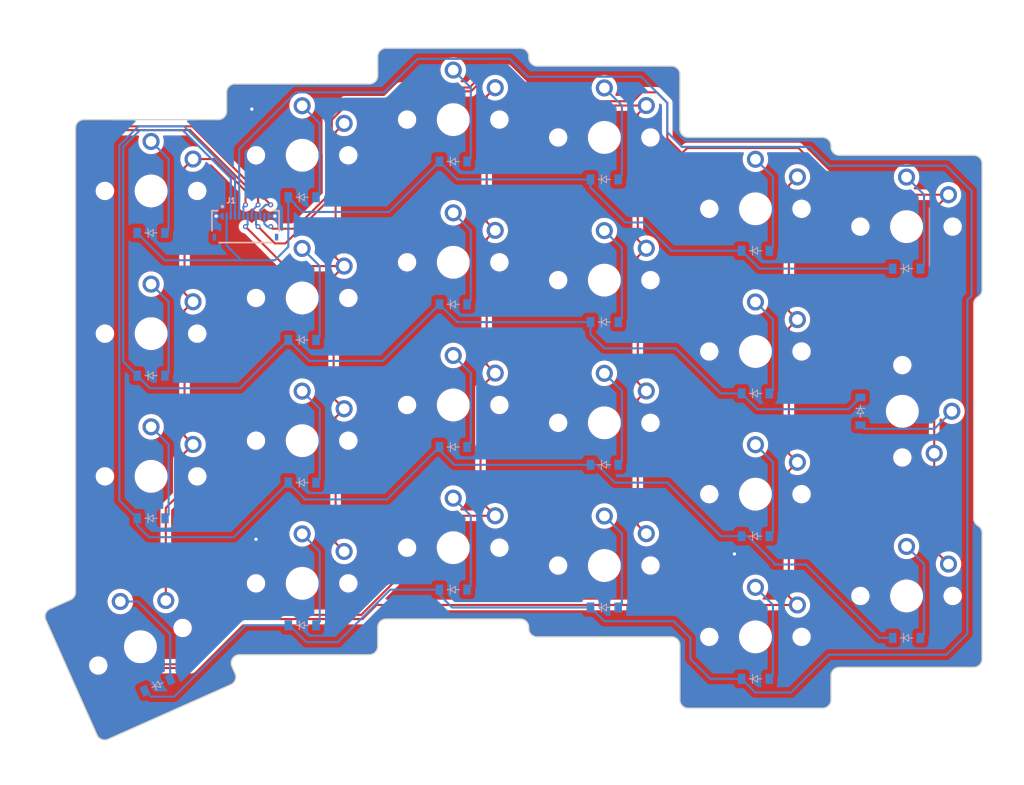
<source format=kicad_pcb>
(kicad_pcb (version 20240108) (generator "pcbnew") (generator_version "8.0")
  (title_block (title "right_pcb") (rev "v1.0.0") (company "Unknown"))
  (layers (0 "F.Cu" signal) (31 "B.Cu" signal) (34 "B.Paste" user) (35 "F.Paste" user) (36 "B.SilkS" user "B.Silkscreen") (37 "F.SilkS" user "F.Silkscreen") (38 "B.Mask" user) (39 "F.Mask" user) (44 "Edge.Cuts" user))
  (net 0 "")
  (net 1 "C6")
  (net 2 "mirror_outerright_bottom")
  (net 3 "mirror_outerright_middle")
  (net 4 "mirror_outerright_top")
  (net 5 "C5")
  (net 6 "mirror_pinky_thumb")
  (net 7 "mirror_pinky_bottom")
  (net 8 "mirror_pinky_middle")
  (net 9 "mirror_pinky_top")
  (net 10 "C4")
  (net 11 "mirror_ring_thumb")
  (net 12 "mirror_ring_bottom")
  (net 13 "mirror_ring_middle")
  (net 14 "mirror_ring_top")
  (net 15 "C3")
  (net 16 "mirror_middle_thumb")
  (net 17 "mirror_middle_bottom")
  (net 18 "mirror_middle_middle")
  (net 19 "mirror_middle_top")
  (net 20 "C2")
  (net 21 "mirror_index_thumb")
  (net 22 "mirror_index_bottom")
  (net 23 "mirror_index_middle")
  (net 24 "mirror_index_top")
  (net 25 "C1")
  (net 26 "mirror_inner_thumb")
  (net 27 "mirror_inner_bottom")
  (net 28 "mirror_inner_middle")
  (net 29 "mirror_inner_top")
  (net 30 "R2")
  (net 31 "R3")
  (net 32 "R4")
  (net 33 "R1")
  (net 34 "GND")
  (footprint "PG1350" (layer "F.Cu") (at 298 -63.875)
    (property "Reference" "S4" (hide yes))
    (property "Value" "" (hide yes))
  )
  (footprint "PG1350" (layer "F.Cu") (at 298 -80.875)
    (property "Reference" "S5" (hide yes))
    (property "Value" "" (hide yes))
  )
  (footprint "PG1350" (layer "F.Cu") (at 244 -104.25)
    (property "Reference" "S18" (hide yes))
    (property "Value" "" (hide yes))
  )
  (footprint "PG1350" (layer "F.Cu") (at 316 -68.75)
    (property "Reference" "S1" (hide yes))
    (property "Value" "" (hide yes))
  )
  (footprint "PG1350" (layer "F.Cu") (at 298 -97.875)
    (property "Reference" "S6" (hide yes))
    (property "Value" "" (hide yes))
  )
  (footprint "PG1350" (layer "F.Cu") (at 244 -121.25)
    (property "Reference" "S19" (hide yes))
    (property "Value" "" (hide yes))
  )
  (footprint "PG1350" (layer "F.Cu") (at 226 -83)
    (property "Reference" "S21" (hide yes))
    (property "Value" "" (hide yes))
  )
  (footprint "PG1350" (layer "F.Cu") (at 226 -100)
    (property "Reference" "S22" (hide yes))
    (property "Value" "" (hide yes))
  )
  (footprint "VIA-0.6mm" (layer "F.Cu") (at 240.25 -112.75)
    (property "Reference" "_6" (hide yes))
    (property "Value" "VIA-0.6mm" (hide yes))
  )
  (footprint "PG1350" (layer "F.Cu") (at 244 -70.25)
    (property "Reference" "S16" (hide yes))
    (property "Value" "" (hide yes))
  )
  (footprint "VIA-0.6mm" (layer "F.Cu") (at 238.75 -112.75)
    (property "Reference" "_4" (hide yes))
    (property "Value" "VIA-0.6mm" (hide yes))
  )
  (footprint "PG1350" (layer "F.Cu") (at 262 -125.5)
    (property "Reference" "S15" (hide yes))
    (property "Value" "" (hide yes))
  )
  (footprint "PG1350" (layer "F.Cu") (at 315.5 -90.75 -90)
    (property "Reference" "S2" (hide yes))
    (property "Value" "" (hide yes))
  )
  (footprint "PG1350" (layer "F.Cu") (at 280 -106.375)
    (property "Reference" "S10" (hide yes))
    (property "Value" "" (hide yes))
  )
  (footprint "PG1350" (layer "F.Cu") (at 280 -72.375)
    (property "Reference" "S8" (hide yes))
    (property "Value" "" (hide yes))
  )
  (footprint "PG1350" (layer "F.Cu") (at 298 -114.875)
    (property "Reference" "S7" (hide yes))
    (property "Value" "" (hide yes))
  )
  (footprint "PG1350" (layer "F.Cu") (at 280 -123.375)
    (property "Reference" "S11" (hide yes))
    (property "Value" "" (hide yes))
  )
  (footprint "VIA-0.6mm" (layer "F.Cu") (at 240.25 -115.35)
    (property "Reference" "_5" (hide yes))
    (property "Value" "VIA-0.6mm" (hide yes))
  )
  (footprint "VIA-0.6mm" (layer "F.Cu") (at 238.75 -115.35)
    (property "Reference" "_3" (hide yes))
    (property "Value" "VIA-0.6mm" (hide yes))
  )
  (footprint "VIA-0.6mm" (layer "F.Cu") (at 237.25 -115.35)
    (property "Reference" "_1" (hide yes))
    (property "Value" "VIA-0.6mm" (hide yes))
  )
  (footprint "PG1350" (layer "F.Cu") (at 262 -74.5)
    (property "Reference" "S12" (hide yes))
    (property "Value" "" (hide yes))
  )
  (footprint "PG1350" (layer "F.Cu") (at 262 -91.5)
    (property "Reference" "S13" (hide yes))
    (property "Value" "" (hide yes))
  )
  (footprint "PG1350" (layer "F.Cu") (at 262 -108.5)
    (property "Reference" "S14" (hide yes))
    (property "Value" "" (hide yes))
  )
  (footprint "PG1350" (layer "F.Cu") (at 280 -89.375)
    (property "Reference" "S9" (hide yes))
    (property "Value" "" (hide yes))
  )
  (footprint "PG1350" (layer "F.Cu") (at 244 -87.25)
    (property "Reference" "S17" (hide yes))
    (property "Value" "" (hide yes))
  )
  (footprint "PG1350" (layer "F.Cu") (at 316 -112.75)
    (property "Reference" "S3" (hide yes))
    (property "Value" "" (hide yes))
  )
  (footprint "PG1350" (layer "F.Cu") (at 224.732978 -62.699295 24)
    (property "Reference" "S20" (hide yes))
    (property "Value" "" (hide yes))
  )
  (footprint "PG1350" (layer "F.Cu") (at 226 -117)
    (property "Reference" "S23" (hide yes))
    (property "Value" "" (hide yes))
  )
  (footprint "VIA-0.6mm" (layer "F.Cu") (at 237.25 -112.75)
    (property "Reference" "_2" (hide yes))
    (property "Value" "VIA-0.6mm" (hide yes))
  )
  (footprint "ComboDiode" (layer "B.Cu") (at 226.766661 -58.131567 24)
    (property "Reference" "D20" (hide yes))
    (property "Value" "" (hide yes))
  )
  (footprint "ComboDiode" (layer "B.Cu") (at 226 -78)
    (property "Reference" "D21" (hide yes))
    (property "Value" "" (hide yes))
  )
  (footprint "ComboDiode" (layer "B.Cu") (at 262 -120.5)
    (property "Reference" "D15" (hide yes))
    (property "Value" "" (hide yes))
  )
  (footprint "ComboDiode" (layer "B.Cu") (at 244 -82.25)
    (property "Reference" "D17" (hide yes))
    (property "Value" "" (hide yes))
  )
  (footprint "ComboDiode" (layer "B.Cu") (at 280 -84.375)
    (property "Reference" "D9" (hide yes))
    (property "Value" "" (hide yes))
  )
  (footprint "ComboDiode" (layer "B.Cu") (at 262 -69.5)
    (property "Reference" "D12" (hide yes))
    (property "Value" "" (hide yes))
  )
  (footprint "ComboDiode" (layer "B.Cu") (at 298 -75.875)
    (property "Reference" "D5" (hide yes))
    (property "Value" "" (hide yes))
  )
  (footprint "ComboDiode" (layer "B.Cu") (at 280 -67.375)
    (property "Reference" "D8" (hide yes))
    (property "Value" "" (hide yes))
  )
  (footprint "ComboDiode" (layer "B.Cu") (at 262 -86.5)
    (property "Reference" "D13" (hide yes))
    (property "Value" "" (hide yes))
  )
  (footprint "ComboDiode" (layer "B.Cu") (at 244 -116.25)
    (property "Reference" "D19" (hide yes))
    (property "Value" "" (hide yes))
  )
  (footprint "ComboDiode" (layer "B.Cu") (at 298 -58.875)
    (property "Reference" "D4" (hide yes))
    (property "Value" "" (hide yes))
  )
  (footprint "ComboDiode" (layer "B.Cu") (at 280 -118.375)
    (property "Reference" "D11" (hide yes))
    (property "Value" "" (hide yes))
  )
  (footprint "GCT_FFC2B28-12-G" (layer "B.Cu") (at 237.25 -112.75)
    (property "Reference" "J1")
    (property "Value" "Conn_01x12_Socket")
  )
  (footprint "ComboDiode" (layer "B.Cu") (at 226 -112)
    (property "Reference" "D23" (hide yes))
    (property "Value" "" (hide yes))
  )
  (footprint "ComboDiode" (layer "B.Cu") (at 244 -99.25)
    (property "Reference" "D18" (hide yes))
    (property "Value" "" (hide yes))
  )
  (footprint "ComboDiode" (layer "B.Cu") (at 262 -103.5)
    (property "Reference" "D14" (hide yes))
    (property "Value" "" (hide yes))
  )
  (footprint "ComboDiode" (layer "B.Cu") (at 244 -65.25)
    (property "Reference" "D16" (hide yes))
    (property "Value" "" (hide yes))
  )
  (footprint "ComboDiode" (layer "B.Cu") (at 316 -63.75)
    (property "Reference" "D1" (hide yes))
    (property "Value" "" (hide yes))
  )
  (footprint "ComboDiode" (layer "B.Cu") (at 298 -92.875)
    (property "Reference" "D6" (hide yes))
    (property "Value" "" (hide yes))
  )
  (footprint "ComboDiode" (layer "B.Cu") (at 316 -107.75)
    (property "Reference" "D3" (hide yes))
    (property "Value" "" (hide yes))
  )
  (footprint "ComboDiode" (layer "B.Cu") (at 310.5 -90.75 -90)
    (property "Reference" "D2" (hide yes))
    (property "Value" "" (hide yes))
  )
  (footprint "ComboDiode" (layer "B.Cu") (at 280 -101.375)
    (property "Reference" "D10" (hide yes))
    (property "Value" "" (hide yes))
  )
  (footprint "ComboDiode" (layer "B.Cu") (at 298 -109.875)
    (property "Reference" "D7" (hide yes))
    (property "Value" "" (hide yes))
  )
  (footprint "ComboDiode" (layer "B.Cu") (at 226 -95)
    (property "Reference" "D22" (hide yes))
    (property "Value" "" (hide yes))
  )
  (gr_arc (start 217 -124.5) (mid 217.292893 -125.207107) (end 218 -125.5) (stroke (width 0.15)) (layer "Edge.Cuts"))
  (gr_arc (start 306 -123.375) (mid 306.707107 -123.082107) (end 307 -122.375) (stroke (width 0.15)) (layer "Edge.Cuts"))
  (gr_arc (start 253 -65) (mid 253.292893 -65.707107) (end 254 -66) (stroke (width 0.15)) (layer "Edge.Cuts"))
  (gr_line (start 216.406737 -68.296622) (end 213.967353 -67.210538) (stroke (width 0.15)) (layer "Edge.Cuts"))
  (gr_arc (start 235.633678 -60.343263) (mid 235.708553 -61.294639) (end 236.547223 -61.75) (stroke (width 0.15)) (layer "Edge.Cuts"))
  (gr_line (start 252 -129.75) (end 236 -129.75) (stroke (width 0.15)) (layer "Edge.Cuts"))
  (gr_line (start 272 -63.875) (end 288 -63.875) (stroke (width 0.15)) (layer "Edge.Cuts"))
  (gr_arc (start 270 -134) (mid 270.707107 -133.707107) (end 271 -133) (stroke (width 0.15)) (layer "Edge.Cuts"))
  (gr_line (start 271 -65) (end 271 -64.875) (stroke (width 0.15)) (layer "Edge.Cuts"))
  (gr_line (start 270 -134) (end 254 -134) (stroke (width 0.15)) (layer "Edge.Cuts"))
  (gr_arc (start 288 -63.875) (mid 288.707107 -63.582107) (end 289 -62.875) (stroke (width 0.15)) (layer "Edge.Cuts"))
  (gr_line (start 325 -105.25) (end 325 -120.25) (stroke (width 0.15)) (layer "Edge.Cuts"))
  (gr_line (start 324 -121.25) (end 308 -121.25) (stroke (width 0.15)) (layer "Edge.Cuts"))
  (gr_arc (start 324.5 -77.116025) (mid 324.866025 -76.75) (end 325 -76.25) (stroke (width 0.15)) (layer "Edge.Cuts"))
  (gr_arc (start 272 -131.875) (mid 271.292893 -132.167893) (end 271 -132.875) (stroke (width 0.15)) (layer "Edge.Cuts"))
  (gr_line (start 213.460544 -65.890256) (end 219.561594 -52.187074) (stroke (width 0.15)) (layer "Edge.Cuts"))
  (gr_line (start 308 -60.25) (end 324 -60.25) (stroke (width 0.15)) (layer "Edge.Cuts"))
  (gr_arc (start 236.005412 -59.508334) (mid 236.025447 -58.743229) (end 235.498603 -58.188051) (stroke (width 0.15)) (layer "Edge.Cuts"))
  (gr_arc (start 323.999999 -103.517949) (mid 324.133974 -104.01795) (end 324.5 -104.383975) (stroke (width 0.15)) (layer "Edge.Cuts"))
  (gr_line (start 271 -132.875) (end 271 -133) (stroke (width 0.15)) (layer "Edge.Cuts"))
  (gr_line (start 288 -131.875) (end 272 -131.875) (stroke (width 0.15)) (layer "Edge.Cuts"))
  (gr_line (start 217 -69.210167) (end 217 -124.5) (stroke (width 0.15)) (layer "Edge.Cuts"))
  (gr_arc (start 253 -133) (mid 253.292893 -133.707107) (end 254 -134) (stroke (width 0.15)) (layer "Edge.Cuts"))
  (gr_arc (start 290 -123.375) (mid 289.292893 -123.667893) (end 289 -124.375) (stroke (width 0.15)) (layer "Edge.Cuts"))
  (gr_arc (start 272 -63.875) (mid 271.292893 -64.167893) (end 271 -64.875) (stroke (width 0.15)) (layer "Edge.Cuts"))
  (gr_line (start 324 -77.982051) (end 324 -103.517949) (stroke (width 0.15)) (layer "Edge.Cuts"))
  (gr_arc (start 213.460544 -65.890255) (mid 213.440509 -66.65536) (end 213.967353 -67.210538) (stroke (width 0.15)) (layer "Edge.Cuts"))
  (gr_line (start 236.005412 -59.508334) (end 235.633677 -60.343263) (stroke (width 0.15)) (layer "Edge.Cuts"))
  (gr_line (start 325 -61.25) (end 325 -76.25) (stroke (width 0.15)) (layer "Edge.Cuts"))
  (gr_arc (start 325 -61.25) (mid 324.707107 -60.542893) (end 324 -60.25) (stroke (width 0.15)) (layer "Edge.Cuts"))
  (gr_line (start 235 -128.75) (end 235 -126.5) (stroke (width 0.15)) (layer "Edge.Cuts"))
  (gr_arc (start 307 -59.25) (mid 307.292893 -59.957107) (end 308 -60.25) (stroke (width 0.15)) (layer "Edge.Cuts"))
  (gr_line (start 307 -122.25) (end 307 -122.375) (stroke (width 0.15)) (layer "Edge.Cuts"))
  (gr_arc (start 235 -128.75) (mid 235.292893 -129.457107) (end 236 -129.75) (stroke (width 0.15)) (layer "Edge.Cuts"))
  (gr_arc (start 290 -55.375) (mid 289.292893 -55.667893) (end 289 -56.375) (stroke (width 0.15)) (layer "Edge.Cuts"))
  (gr_line (start 234 -125.5) (end 218 -125.5) (stroke (width 0.15)) (layer "Edge.Cuts"))
  (gr_line (start 306 -123.375) (end 290 -123.375) (stroke (width 0.15)) (layer "Edge.Cuts"))
  (gr_arc (start 235 -126.5) (mid 234.707107 -125.792893) (end 234 -125.5) (stroke (width 0.15)) (layer "Edge.Cuts"))
  (gr_arc (start 253 -62.75) (mid 252.707107 -62.042893) (end 252 -61.75) (stroke (width 0.15)) (layer "Edge.Cuts"))
  (gr_line (start 289 -62.875) (end 289 -56.375) (stroke (width 0.15)) (layer "Edge.Cuts"))
  (gr_arc (start 217 -69.210168) (mid 216.838671 -68.665529) (end 216.406737 -68.296622) (stroke (width 0.15)) (layer "Edge.Cuts"))
  (gr_arc (start 325 -105.25) (mid 324.866025 -104.75) (end 324.5 -104.383975) (stroke (width 0.15)) (layer "Edge.Cuts"))
  (gr_line (start 307 -56.375) (end 307 -59.25) (stroke (width 0.15)) (layer "Edge.Cuts"))
  (gr_line (start 220.881876 -51.680265) (end 235.498603 -58.188051) (stroke (width 0.15)) (layer "Edge.Cuts"))
  (gr_arc (start 270 -66) (mid 270.707107 -65.707107) (end 271 -65) (stroke (width 0.15)) (layer "Edge.Cuts"))
  (gr_line (start 253 -133) (end 253 -130.75) (stroke (width 0.15)) (layer "Edge.Cuts"))
  (gr_line (start 290 -55.375) (end 306 -55.375) (stroke (width 0.15)) (layer "Edge.Cuts"))
  (gr_arc (start 307 -56.375) (mid 306.707107 -55.667893) (end 306 -55.375) (stroke (width 0.15)) (layer "Edge.Cuts"))
  (gr_arc (start 324.5 -77.116026) (mid 324.133975 -77.482051) (end 324 -77.982051) (stroke (width 0.15)) (layer "Edge.Cuts"))
  (gr_line (start 289 -124.375) (end 289 -130.875) (stroke (width 0.15)) (layer "Edge.Cuts"))
  (gr_arc (start 324 -121.25) (mid 324.707107 -120.957107) (end 325 -120.25) (stroke (width 0.15)) (layer "Edge.Cuts"))
  (gr_arc (start 288 -131.875) (mid 288.707107 -131.582107) (end 289 -130.875) (stroke (width 0.15)) (layer "Edge.Cuts"))
  (gr_line (start 254 -66) (end 270 -66) (stroke (width 0.15)) (layer "Edge.Cuts"))
  (gr_arc (start 220.881876 -51.680266) (mid 220.116772 -51.660231) (end 219.561594 -52.187074) (stroke (width 0.15)) (layer "Edge.Cuts"))
  (gr_arc (start 253 -130.75) (mid 252.707107 -130.042893) (end 252 -129.75) (stroke (width 0.15)) (layer "Edge.Cuts"))
  (gr_line (start 236.547223 -61.75) (end 252 -61.75) (stroke (width 0.15)) (layer "Edge.Cuts"))
  (gr_line (start 253 -62.75) (end 253 -65) (stroke (width 0.15)) (layer "Edge.Cuts"))
  (gr_arc (start 308 -121.25) (mid 307.292893 -121.542893) (end 307 -122.25) (stroke (width 0.15)) (layer "Edge.Cuts"))
  (segment (start 319.3 -114.85) (end 319.3 -85.75) (width 0.25) (layer "F.Cu") (net 1))
  (segment (start 286.25 -128.75) (end 287.5 -127.5) (width 0.25) (layer "F.Cu") (net 1))
  (segment (start 268.436396 -131.45) (end 272.193198 -127.693198) (width 0.25) (layer "F.Cu") (net 1))
  (segment (start 287.5 -127.5) (end 287.5 -123.25) (width 0.25) (layer "F.Cu") (net 1))
  (segment (start 249.090372 -127.67323) (end 254.045834 -127.67323) (width 0.25) (layer "F.Cu") (net 1))
  (segment (start 247.084001 -116.470397) (end 247.084001 -121.472801) (width 0.25) (layer "F.Cu") (net 1))
  (segment (start 243.113604 -112.5) (end 247.084001 -116.470397) (width 0.25) (layer "F.Cu") (net 1))
  (segment (start 240.25 -112.75) (end 240.5 -112.5) (width 0.25) (layer "F.Cu") (net 1))
  (segment (start 247.084001 -121.472801) (end 247.056802 -121.5) (width 0.25) (layer "F.Cu") (net 1))
  (segment (start 247.056802 -125.639659) (end 248.958571 -127.541429) (width 0.25) (layer "F.Cu") (net 1))
  (segment (start 303.134 -122.116) (end 308.75 -116.5) (width 0.25) (layer "F.Cu") (net 1))
  (segment (start 319.3 -74.25) (end 321 -72.55) (width 0.25) (layer "F.Cu") (net 1))
  (segment (start 289.25 -121.5) (end 289.866 -122.116) (width 0.25) (layer "F.Cu") (net 1))
  (segment (start 308.75 -116.5) (end 308.8 -116.55) (width 0.25) (layer "F.Cu") (net 1))
  (segment (start 248.958571 -127.541429) (end 249.090372 -127.67323) (width 0.25) (layer "F.Cu") (net 1))
  (segment (start 247.056802 -121.5) (end 247.056802 -125.639659) (width 0.25) (layer "F.Cu") (net 1))
  (segment (start 319.3 -85.75) (end 319.3 -74.25) (width 0.25) (layer "F.Cu") (net 1))
  (segment (start 272.193198 -127.693198) (end 283.443198 -127.693198) (width 0.25) (layer "F.Cu") (net 1))
  (segment (start 263.934104 -129.3205) (end 266.063604 -131.45) (width 0.25) (layer "F.Cu") (net 1))
  (segment (start 284.5 -128.75) (end 286.25 -128.75) (width 0.25) (layer "F.Cu") (net 1))
  (segment (start 254.045834 -127.67323) (end 255.693104 -129.3205) (width 0.25) (layer "F.Cu") (net 1))
  (segment (start 289.866 -122.116) (end 303.134 -122.116) (width 0.25) (layer "F.Cu") (net 1))
  (segment (start 240.5 -112.5) (end 243.113604 -112.5) (width 0.25) (layer "F.Cu") (net 1))
  (segment (start 287.5 -123.25) (end 289.25 -121.5) (width 0.25) (layer "F.Cu") (net 1))
  (segment (start 321 -116.55) (end 319.3 -114.85) (width 0.25) (layer "F.Cu") (net 1))
  (segment (start 255.693104 -129.3205) (end 263.934104 -129.3205) (width 0.25) (layer "F.Cu") (net 1))
  (segment (start 283.443198 -127.693198) (end 284.5 -128.75) (width 0.25) (layer "F.Cu") (net 1))
  (segment (start 266.063604 -131.45) (end 268.436396 -131.45) (width 0.25) (layer "F.Cu") (net 1))
  (segment (start 308.8 -116.55) (end 321 -116.55) (width 0.25) (layer "F.Cu") (net 1))
  (segment (start 239.5 -114) (end 239.5 -113.075736) (width 0.25) (layer "B.Cu") (net 1))
  (segment (start 239.825736 -112.75) (end 240.25 -112.75) (width 0.25) (layer "B.Cu") (net 1))
  (segment (start 239.5 -113.075736) (end 239.825736 -112.75) (width 0.25) (layer "B.Cu") (net 1))
  (segment (start 316 -74.65) (end 318.0895 -72.5605) (width 0.25) (layer "B.Cu") (net 2))
  (segment (start 318.0895 -64.1895) (end 317.65 -63.75) (width 0.25) (layer "B.Cu") (net 2))
  (segment (start 318.0895 -72.5605) (end 318.0895 -64.1895) (width 0.25) (layer "B.Cu") (net 2))
  (segment (start 319.3105 -88.6605) (end 321.4 -90.75) (width 0.25) (layer "B.Cu") (net 3))
  (segment (start 310.9395 -88.6605) (end 319.3105 -88.6605) (width 0.25) (layer "B.Cu") (net 3))
  (segment (start 310.5 -89.1) (end 310.9395 -88.6605) (width 0.25) (layer "B.Cu") (net 3))
  (segment (start 316 -118.65) (end 318.0895 -116.5605) (width 0.25) (layer "B.Cu") (net 4))
  (segment (start 318.0895 -108.1895) (end 317.65 -107.75) (width 0.25) (layer "B.Cu") (net 4))
  (segment (start 318.0895 -116.5605) (end 318.0895 -108.1895) (width 0.25) (layer "B.Cu") (net 4))
  (segment (start 221.813604 -124.7) (end 218.3 -121.186396) (width 0.25) (layer "F.Cu") (net 5))
  (segment (start 301.984001 -100.659001) (end 301.984001 -85.690999) (width 0.25) (layer "F.Cu") (net 5))
  (segment (start 301.984001 -68.690999) (end 303 -67.675) (width 0.25) (layer "F.Cu") (net 5))
  (segment (start 301.984001 -102.690999) (end 303 -101.675) (width 0.25) (layer "F.Cu") (net 5))
  (segment (start 303 -84.675) (end 301.984001 -83.659001) (width 0.25) (layer "F.Cu") (net 5))
  (segment (start 230.9 -124.7) (end 221.813604 -124.7) (width 0.25) (layer "F.Cu") (net 5))
  (segment (start 236.636396 -66) (end 251.181398 -66) (width 0.25) (layer "F.Cu") (net 5))
  (segment (start 301.984001 -117.659001) (end 301.984001 -102.690999) (width 0.25) (layer "F.Cu") (net 5))
  (segment (start 251.181398 -66) (end 252.965699 -67.784301) (width 0.25) (layer "F.Cu") (net 5))
  (segment (start 253.075 -67.675) (end 303 -67.675) (width 0.25) (layer "F.Cu") (net 5))
  (segment (start 222.703809 -60.159795) (end 230.796191 -60.159795) (width 0.25) (layer "F.Cu") (net 5))
  (segment (start 303 -118.675) (end 301.984001 -117.659001) (width 0.25) (layer "F.Cu") (net 5))
  (segment (start 301.984001 -85.690999) (end 303 -84.675) (width 0.25) (layer "F.Cu") (net 5))
  (segment (start 240.25 -115.35) (end 230.9 -124.7) (width 0.25) (layer "F.Cu") (net 5))
  (segment (start 252.965699 -67.784301) (end 253.075 -67.675) (width 0.25) (layer "F.Cu") (net 5))
  (segment (start 301.984001 -83.659001) (end 301.984001 -68.690999) (width 0.25) (layer "F.Cu") (net 5))
  (segment (start 230.796191 -60.159795) (end 236.636396 -66) (width 0.25) (layer "F.Cu") (net 5))
  (segment (start 303 -101.675) (end 301.984001 -100.659001) (width 0.25) (layer "F.Cu") (net 5))
  (segment (start 218.3 -64.563604) (end 222.703809 -60.159795) (width 0.25) (layer "F.Cu") (net 5))
  (segment (start 218.3 -121.186396) (end 218.3 -64.563604) (width 0.25) (layer "F.Cu") (net 5))
  (segment (start 239 -114) (end 239 -114.7) (width 0.25) (layer "B.Cu") (net 5))
  (segment (start 239.65 -115.35) (end 240.25 -115.35) (width 0.25) (layer "B.Cu") (net 5))
  (segment (start 239 -114.7) (end 239.65 -115.35) (width 0.25) (layer "B.Cu") (net 5))
  (segment (start 298 -69.775) (end 300.0895 -67.6855) (width 0.25) (layer "B.Cu") (net 6))
  (segment (start 300.0895 -59.3145) (end 299.65 -58.875) (width 0.25) (layer "B.Cu") (net 6))
  (segment (start 300.0895 -67.6855) (end 300.0895 -59.3145) (width 0.25) (layer "B.Cu") (net 6))
  (segment (start 298 -86.775) (end 300.0895 -84.6855) (width 0.25) (layer "B.Cu") (net 7))
  (segment (start 300.0895 -84.6855) (end 300.0895 -76.3145) (width 0.25) (layer "B.Cu") (net 7))
  (segment (start 300.0895 -76.3145) (end 299.65 -75.875) (width 0.25) (layer "B.Cu") (net 7))
  (segment (start 300.0895 -101.6855) (end 300.0895 -93.3145) (width 0.25) (layer "B.Cu") (net 8))
  (segment (start 300.0895 -93.3145) (end 299.65 -92.875) (width 0.25) (layer "B.Cu") (net 8))
  (segment (start 298 -103.775) (end 300.0895 -101.6855) (width 0.25) (layer "B.Cu") (net 8))
  (segment (start 298 -120.775) (end 300.0895 -118.6855) (width 0.25) (layer "B.Cu") (net 9))
  (segment (start 300.0895 -110.3145) (end 299.65 -109.875) (width 0.25) (layer "B.Cu") (net 9))
  (segment (start 300.0895 -118.6855) (end 300.0895 -110.3145) (width 0.25) (layer "B.Cu") (net 9))
  (segment (start 285 -93.175) (end 283.984001 -92.159001) (width 0.25) (layer "F.Cu") (net 10))
  (segment (start 283.984001 -92.159001) (end 283.984001 -77.190999) (width 0.25) (layer "F.Cu") (net 10))
  (segment (start 242 -110.75) (end 247.534001 -116.284001) (width 0.25) (layer "F.Cu") (net 10))
  (segment (start 285 -110.175) (end 283.984001 -109.159001) (width 0.25) (layer "F.Cu") (net 10))
  (segment (start 249.27677 -127.22323) (end 254.23223 -127.22323) (width 0.25) (layer "F.Cu") (net 10))
  (segment (start 283.984001 -121.25) (end 283.984001 -111.190999) (width 0.25) (layer "F.Cu") (net 10))
  (segment (start 247.534001 -116.284001) (end 247.534001 -125.480462) (width 0.25) (layer "F.Cu") (net 10))
  (segment (start 283.984001 -109.159001) (end 283.984001 -94.190999) (width 0.25) (layer "F.Cu") (net 10))
  (segment (start 254.23223 -127.22323) (end 255.8795 -128.8705) (width 0.25) (layer "F.Cu") (net 10))
  (segment (start 283.984001 -77.190999) (end 285 -76.175) (width 0.25) (layer "F.Cu") (net 10))
  (segment (start 283.984001 -111.190999) (end 285 -110.175) (width 0.25) (layer "F.Cu") (net 10))
  (segment (start 266.25 -131) (end 268.25 -131) (width 0.25) (layer "F.Cu") (net 10))
  (segment (start 283.984001 -94.190999) (end 285 -93.175) (width 0.25) (layer "F.Cu") (net 10))
  (segment (start 255.8795 -128.8705) (end 264.1205 -128.8705) (width 0.25) (layer "F.Cu") (net 10))
  (segment (start 272.075 -127.175) (end 285 -127.175) (width 0.25) (layer "F.Cu") (net 10))
  (segment (start 285 -127.175) (end 284 -126.175) (width 0.25) (layer "F.Cu") (net 10))
  (segment (start 284 -121.265999) (end 283.984001 -121.25) (width 0.25) (layer "F.Cu") (net 10))
  (segment (start 247.534001 -125.480462) (end 248.90177 -126.84823) (width 0.25) (layer "F.Cu") (net 10))
  (segment (start 238.75 -112.75) (end 240.75 -110.75) (width 0.25) (layer "F.Cu") (net 10))
  (segment (start 284 -126.175) (end 284 -121.265999) (width 0.25) (layer "F.Cu") (net 10))
  (segment (start 240.75 -110.75) (end 242 -110.75) (width 0.25) (layer "F.Cu") (net 10))
  (segment (start 248.90177 -126.84823) (end 249.27677 -127.22323) (width 0.25) (layer "F.Cu") (net 10))
  (segment (start 268.25 -131) (end 272.075 -127.175) (width 0.25) (layer "F.Cu") (net 10))
  (segment (start 264.1205 -128.8705) (end 266.25 -131) (width 0.25) (layer "F.Cu") (net 10))
  (segment (start 238.5 -113) (end 238.75 -112.75) (width 0.25) (layer "B.Cu") (net 10))
  (segment (start 238.5 -114) (end 238.5 -113) (width 0.25) (layer "B.Cu") (net 10))
  (segment (start 280 -78.275) (end 282.0895 -76.1855) (width 0.25) (layer "B.Cu") (net 11))
  (segment (start 282.0895 -76.1855) (end 282.0895 -67.8145) (width 0.25) (layer "B.Cu") (net 11))
  (segment (start 282.0895 -67.8145) (end 281.65 -67.375) (width 0.25) (layer "B.Cu") (net 11))
  (segment (start 282.0895 -84.8145) (end 281.65 -84.375) (width 0.25) (layer "B.Cu") (net 12))
  (segment (start 280 -95.275) (end 282.0895 -93.1855) (width 0.25) (layer "B.Cu") (net 12))
  (segment (start 282.0895 -93.1855) (end 282.0895 -84.8145) (width 0.25) (layer "B.Cu") (net 12))
  (segment (start 282.0895 -110.1855) (end 282.0895 -101.8145) (width 0.25) (layer "B.Cu") (net 13))
  (segment (start 282.0895 -101.8145) (end 281.65 -101.375) (width 0.25) (layer "B.Cu") (net 13))
  (segment (start 280 -112.275) (end 282.0895 -110.1855) (width 0.25) (layer "B.Cu") (net 13))
  (segment (start 282.0895 -127.1855) (end 282.0895 -118.8145) (width 0.25) (layer "B.Cu") (net 14))
  (segment (start 282.0895 -118.8145) (end 281.65 -118.375) (width 0.25) (layer "B.Cu") (net 14))
  (segment (start 280 -129.275) (end 282.0895 -127.1855) (width 0.25) (layer "B.Cu") (net 14))
  (segment (start 251.045001 -66.5) (end 259.272501 -74.727499) (width 0.25) (layer "F.Cu") (net 15))
  (segment (start 267 -95.3) (end 265.25 -93.55) (width 0.25) (layer "F.Cu") (net 15))
  (segment (start 265.984001 -128.284001) (end 265.984001 -113.315999) (width 0.25) (layer "F.Cu") (net 15))
  (segment (start 218.75 -121) (end 218.75 -64.75) (width 0.25) (layer "F.Cu") (net 15))
  (segment (start 218.75 -64.75) (end 222.890205 -60.609795) (width 0.25) (layer "F.Cu") (net 15))
  (segment (start 222.890205 -60.609795) (end 230.609795 -60.609795) (width 0.25) (layer "F.Cu") (net 15))
  (segment (start 222 -124.25) (end 218.75 -121) (width 0.25) (layer "F.Cu") (net 15))
  (segment (start 259.397501 -74.852499) (end 259.397501 -76.897501) (width 0.25) (layer "F.Cu") (net 15))
  (segment (start 265.984001 -96.315999) (end 267 -95.3) (width 0.25) (layer "F.Cu") (net 15))
  (segment (start 265.25 -80.05) (end 267 -78.3) (width 0.25) (layer "F.Cu") (net 15))
  (segment (start 259.272501 -74.727499) (end 259.397501 -74.852499) (width 0.25) (layer "F.Cu") (net 15))
  (segment (start 267 -112.3) (end 265.984001 -111.284001) (width 0.25) (layer "F.Cu") (net 15))
  (segment (start 230.609795 -60.609795) (end 236.5 -66.5) (width 0.25) (layer "F.Cu") (net 15))
  (segment (start 238.75 -115.35) (end 238.75 -116.136396) (width 0.25) (layer "F.Cu") (net 15))
  (segment (start 230.636396 -124.25) (end 222 -124.25) (width 0.25) (layer "F.Cu") (net 15))
  (segment (start 265.25 -93.55) (end 265.25 -80.05) (width 0.25) (layer "F.Cu") (net 15))
  (segment (start 265.984001 -111.284001) (end 265.984001 -96.315999) (width 0.25) (layer "F.Cu") (net 15))
  (segment (start 260.8 -78.3) (end 267 -78.3) (width 0.25) (layer "F.Cu") (net 15))
  (segment (start 236.5 -66.5) (end 251.045001 -66.5) (width 0.25) (layer "F.Cu") (net 15))
  (segment (start 267 -129.3) (end 265.984001 -128.284001) (width 0.25) (layer "F.Cu") (net 15))
  (segment (start 265.984001 -113.315999) (end 267 -112.3) (width 0.25) (layer "F.Cu") (net 15))
  (segment (start 259.397501 -76.897501) (end 260.8 -78.3) (width 0.25) (layer "F.Cu") (net 15))
  (segment (start 238.75 -116.136396) (end 230.636396 -124.25) (width 0.25) (layer "F.Cu") (net 15))
  (segment (start 238 -114.6) (end 238.75 -115.35) (width 0.25) (layer "B.Cu") (net 15))
  (segment (start 238 -114) (end 238 -114.6) (width 0.25) (layer "B.Cu") (net 15))
  (segment (start 262 -80.4) (end 264.0895 -78.3105) (width 0.25) (layer "B.Cu") (net 16))
  (segment (start 264.0895 -69.9395) (end 263.65 -69.5) (width 0.25) (layer "B.Cu") (net 16))
  (segment (start 264.0895 -78.3105) (end 264.0895 -69.9395) (width 0.25) (layer "B.Cu") (net 16))
  (segment (start 262 -97.4) (end 264.0895 -95.3105) (width 0.25) (layer "B.Cu") (net 17))
  (segment (start 264.0895 -86.9395) (end 263.65 -86.5) (width 0.25) (layer "B.Cu") (net 17))
  (segment (start 264.0895 -95.3105) (end 264.0895 -86.9395) (width 0.25) (layer "B.Cu") (net 17))
  (segment (start 264.0895 -103.9395) (end 263.65 -103.5) (width 0.25) (layer "B.Cu") (net 18))
  (segment (start 262 -114.4) (end 264.0895 -112.3105) (width 0.25) (layer "B.Cu") (net 18))
  (segment (start 264.0895 -112.3105) (end 264.0895 -103.9395) (width 0.25) (layer "B.Cu") (net 18))
  (segment (start 264.0895 -120.9395) (end 263.65 -120.5) (width 0.25) (layer "B.Cu") (net 19))
  (segment (start 262 -131.4) (end 264.0895 -129.3105) (width 0.25) (layer "B.Cu") (net 19))
  (segment (start 264.0895 -129.3105) (end 264.0895 -120.9395) (width 0.25) (layer "B.Cu") (net 19))
  (segment (start 249 -125.05) (end 247.984001 -124.034001) (width 0.25) (layer "F.Cu") (net 20))
  (segment (start 241.95 -108.05) (end 249 -108.05) (width 0.25) (layer "F.Cu") (net 20))
  (segment (start 237.25 -112.75) (end 241.95 -108.05) (width 0.25) (layer "F.Cu") (net 20))
  (segment (start 247.984001 -109.065999) (end 249 -108.05) (width 0.25) (layer "F.Cu") (net 20))
  (segment (start 247.75 -106.8) (end 247.75 -92.3) (width 0.25) (layer "F.Cu") (net 20))
  (segment (start 247.984001 -124.034001) (end 247.984001 -109.065999) (width 0.25) (layer "F.Cu") (net 20))
  (segment (start 247.75 -92.3) (end 249 -91.05) (width 0.25) (layer "F.Cu") (net 20))
  (segment (start 247.984001 -75.065999) (end 249 -74.05) (width 0.25) (layer "F.Cu") (net 20))
  (segment (start 249 -108.05) (end 247.75 -106.8) (width 0.25) (layer "F.Cu") (net 20))
  (segment (start 249 -91.05) (end 247.984001 -90.034001) (width 0.25) (layer "F.Cu") (net 20))
  (segment (start 247.984001 -90.034001) (end 247.984001 -75.065999) (width 0.25) (layer "F.Cu") (net 20))
  (segment (start 237.5 -113) (end 237.25 -112.75) (width 0.25) (layer "B.Cu") (net 20))
  (segment (start 237.5 -114) (end 237.5 -113) (width 0.25) (layer "B.Cu") (net 20))
  (segment (start 246.0895 -74.0605) (end 246.0895 -65.6895) (width 0.25) (layer "B.Cu") (net 21))
  (segment (start 244 -76.15) (end 246.0895 -74.0605) (width 0.25) (layer "B.Cu") (net 21))
  (segment (start 246.0895 -65.6895) (end 245.65 -65.25) (width 0.25) (layer "B.Cu") (net 21))
  (segment (start 244 -93.15) (end 246.0895 -91.0605) (width 0.25) (layer "B.Cu") (net 22))
  (segment (start 246.0895 -91.0605) (end 246.0895 -82.6895) (width 0.25) (layer "B.Cu") (net 22))
  (segment (start 246.0895 -82.6895) (end 245.65 -82.25) (width 0.25) (layer "B.Cu") (net 22))
  (segment (start 246.0895 -99.6895) (end 245.65 -99.25) (width 0.25) (layer "B.Cu") (net 23))
  (segment (start 246.0895 -108.0605) (end 246.0895 -99.6895) (width 0.25) (layer "B.Cu") (net 23))
  (segment (start 244 -110.15) (end 246.0895 -108.0605) (width 0.25) (layer "B.Cu") (net 23))
  (segment (start 244 -127.15) (end 246.0895 -125.0605) (width 0.25) (layer "B.Cu") (net 24))
  (segment (start 246.0895 -125.0605) (end 246.0895 -116.6895) (width 0.25) (layer "B.Cu") (net 24))
  (segment (start 246.0895 -116.6895) (end 245.65 -116.25) (width 0.25) (layer "B.Cu") (net 24))
  (segment (start 229.25 -80.75) (end 229.25 -85.05) (width 0.25) (layer "F.Cu") (net 25))
  (segment (start 237.25 -117) (end 233.45 -120.8) (width 0.25) (layer "F.Cu") (net 25))
  (segment (start 229.25 -85.05) (end 231 -86.8) (width 0.25) (layer "F.Cu") (net 25))
  (segment (start 227.755106 -79.255106) (end 229.25 -80.75) (width 0.25) (layer "F.Cu") (net 25))
  (segment (start 231 -120.8) (end 229.984001 -119.784001) (width 0.25) (layer "F.Cu") (net 25))
  (segment (start 227.755106 -68.204451) (end 227.755106 -79.255106) (width 0.25) (layer "F.Cu") (net 25))
  (segment (start 233.45 -120.8) (end 231 -120.8) (width 0.25) (layer "F.Cu") (net 25))
  (segment (start 231 -103.8) (end 229.984001 -102.784001) (width 0.25) (layer "F.Cu") (net 25))
  (segment (start 229.984001 -102.784001) (end 229.984001 -87.815999) (width 0.25) (layer "F.Cu") (net 25))
  (segment (start 237.25 -115.35) (end 237.25 -117) (width 0.25) (layer "F.Cu") (net 25))
  (segment (start 229.984001 -119.784001) (end 229.984001 -104.815999) (width 0.25) (layer "F.Cu") (net 25))
  (segment (start 229.984001 -87.815999) (end 231 -86.8) (width 0.25) (layer "F.Cu") (net 25))
  (segment (start 229.984001 -104.815999) (end 231 -103.8) (width 0.25) (layer "F.Cu") (net 25))
  (segment (start 237 -115.1) (end 237.25 -115.35) (width 0.25) (layer "B.Cu") (net 25))
  (segment (start 237 -114) (end 237 -115.1) (width 0.25) (layer "B.Cu") (net 25))
  (segment (start 224.410787 -68.089213) (end 228.274011 -64.225989) (width 0.25) (layer "B.Cu") (net 26))
  (segment (start 222.333232 -68.089213) (end 224.410787 -68.089213) (width 0.25) (layer "B.Cu") (net 26))
  (segment (start 228.274011 -64.225989) (end 228.274011 -58.802682) (width 0.25) (layer "B.Cu") (net 26))
  (segment (start 228.0895 -86.8105) (end 228.0895 -78.4395) (width 0.25) (layer "B.Cu") (net 27))
  (segment (start 226 -88.9) (end 228.0895 -86.8105) (width 0.25) (layer "B.Cu") (net 27))
  (segment (start 228.0895 -78.4395) (end 227.65 -78) (width 0.25) (layer "B.Cu") (net 27))
  (segment (start 226 -105.9) (end 228.0895 -103.8105) (width 0.25) (layer "B.Cu") (net 28))
  (segment (start 228.0895 -95.4395) (end 227.65 -95) (width 0.25) (layer "B.Cu") (net 28))
  (segment (start 228.0895 -103.8105) (end 228.0895 -95.4395) (width 0.25) (layer "B.Cu") (net 28))
  (segment (start 228.0895 -120.8105) (end 228.0895 -112.4395) (width 0.25) (layer "B.Cu") (net 29))
  (segment (start 226 -122.9) (end 228.0895 -120.8105) (width 0.25) (layer "B.Cu") (net 29))
  (segment (start 228.0895 -112.4395) (end 227.65 -112) (width 0.25) (layer "B.Cu") (net 29))
  (segment (start 262.125 -84.375) (end 278.35 -84.375) (width 0.25) (layer "B.Cu") (net 30))
  (segment (start 244.25 -80.25) (end 254.1 -80.25) (width 0.25) (layer "B.Cu") (net 30))
  (segment (start 260.35 -86.15) (end 262.125 -84.375) (width 0.25) (layer "B.Cu") (net 30))
  (segment (start 236 -114) (end 236 -118.636396) (width 0.25) (layer "B.Cu") (net 30))
  (segment (start 224.479604 -124.691) (end 222.225 -122.436396) (width 0.25) (layer "B.Cu") (net 30))
  (segment (start 260.35 -86.5) (end 260.35 -86.15) (width 0.25) (layer "B.Cu") (net 30))
  (segment (start 224.35 -78) (end 224.35 -77.15) (width 0.25) (layer "B.Cu") (net 30))
  (segment (start 312.75 -63.75) (end 314.35 -63.75) (width 0.25) (layer "B.Cu") (net 30))
  (segment (start 236 -118.636396) (end 229.945396 -124.691) (width 0.25) (layer "B.Cu") (net 30))
  (segment (start 296.35 -75.875) (end 297.05 -75.875) (width 0.25) (layer "B.Cu") (net 30))
  (segment (start 304 -72.5) (end 312.75 -63.75) (width 0.25) (layer "B.Cu") (net 30))
  (segment (start 224.35 -77.15) (end 225.75 -75.75) (width 0.25) (layer "B.Cu") (net 30))
  (segment (start 244.25 -80.35) (end 244.25 -80.25) (width 0.25) (layer "B.Cu") (net 30))
  (segment (start 278.35 -84.375) (end 279.125 -84.375) (width 0.25) (layer "B.Cu") (net 30))
  (segment (start 279.125 -84.375) (end 281.25 -82.25) (width 0.25) (layer "B.Cu") (net 30))
  (segment (start 287.5 -82.25) (end 293.875 -75.875) (width 0.25) (layer "B.Cu") (net 30))
  (segment (start 225.75 -75.75) (end 235.85 -75.75) (width 0.25) (layer "B.Cu") (net 30))
  (segment (start 300.25 -72.675) (end 300.25 -72.5) (width 0.25) (layer "B.Cu") (net 30))
  (segment (start 222.225 -122.436396) (end 222.225 -80.125) (width 0.25) (layer "B.Cu") (net 30))
  (segment (start 242.35 -82.25) (end 244.25 -80.35) (width 0.25) (layer "B.Cu") (net 30))
  (segment (start 229.945396 -124.691) (end 224.479604 -124.691) (width 0.25) (layer "B.Cu") (net 30))
  (segment (start 293.875 -75.875) (end 296.35 -75.875) (width 0.25) (layer "B.Cu") (net 30))
  (segment (start 235.85 -75.75) (end 242.35 -82.25) (width 0.25) (layer "B.Cu") (net 30))
  (segment (start 300.25 -72.5) (end 304 -72.5) (width 0.25) (layer "B.Cu") (net 30))
  (segment (start 222.225 -80.125) (end 224.35 -78) (width 0.25) (layer "B.Cu") (net 30))
  (segment (start 281.25 -82.25) (end 287.5 -82.25) (width 0.25) (layer "B.Cu") (net 30))
  (segment (start 254.1 -80.25) (end 260.35 -86.5) (width 0.25) (layer "B.Cu") (net 30))
  (segment (start 297.05 -75.875) (end 300.25 -72.675) (width 0.25) (layer "B.Cu") (net 30))
  (segment (start 278.35 -101.375) (end 278.35 -99.9) (width 0.25) (layer "B.Cu") (net 31))
  (segment (start 253.6 -96.75) (end 260.35 -103.5) (width 0.25) (layer "B.Cu") (net 31))
  (segment (start 236.6 -93.5) (end 242.35 -99.25) (width 0.25) (layer "B.Cu") (net 31))
  (segment (start 260.35 -103.5) (end 262.475 -101.375) (width 0.25) (layer "B.Cu") (net 31))
  (segment (start 224.35 -95) (end 225.85 -93.5) (width 0.25) (layer "B.Cu") (net 31))
  (segment (start 224.35 -95) (end 222.675 -96.675) (width 0.25) (layer "B.Cu") (net 31))
  (segment (start 298.225 -91) (end 309.1 -91) (width 0.25) (layer "B.Cu") (net 31))
  (segment (start 244.85 -96.75) (end 253.6 -96.75) (width 0.25) (layer "B.Cu") (net 31))
  (segment (start 262.475 -101.375) (end 278.35 -101.375) (width 0.25) (layer "B.Cu") (net 31))
  (segment (start 278.35 -99.9) (end 280 -98.25) (width 0.25) (layer "B.Cu") (net 31))
  (segment (start 235.5 -118.5) (end 235.5 -114) (width 0.25) (layer "B.Cu") (net 31))
  (segment (start 242.35 -99.25) (end 244.85 -96.75) (width 0.25) (layer "B.Cu") (net 31))
  (segment (start 229.759 -124.241) (end 235.5 -118.5) (width 0.25) (layer "B.Cu") (net 31))
  (segment (start 293.875 -92.875) (end 296.35 -92.875) (width 0.25) (layer "B.Cu") (net 31))
  (segment (start 225.85 -93.5) (end 236.6 -93.5) (width 0.25) (layer "B.Cu") (net 31))
  (segment (start 222.675 -96.675) (end 222.675 -122.25) (width 0.25) (layer "B.Cu") (net 31))
  (segment (start 224.666 -124.241) (end 229.759 -124.241) (width 0.25) (layer "B.Cu") (net 31))
  (segment (start 288.5 -98.25) (end 293.875 -92.875) (width 0.25) (layer "B.Cu") (net 31))
  (segment (start 309.1 -91) (end 310.5 -92.4) (width 0.25) (layer "B.Cu") (net 31))
  (segment (start 296.35 -92.875) (end 298.225 -91) (width 0.25) (layer "B.Cu") (net 31))
  (segment (start 280 -98.25) (end 288.5 -98.25) (width 0.25) (layer "B.Cu") (net 31))
  (segment (start 222.675 -122.25) (end 224.666 -124.241) (width 0.25) (layer "B.Cu") (net 31))
  (segment (start 278.35 -117.4) (end 282.5 -113.25) (width 0.25) (layer "B.Cu") (net 32))
  (segment (start 235 -110.5) (end 236.75 -108.75) (width 0.25) (layer "B.Cu") (net 32))
  (segment (start 242.35 -116.25) (end 243.175 -115.425) (width 0.25) (layer "B.Cu") (net 32))
  (segment (start 284.625 -113.25) (end 288 -109.875) (width 0.25) (layer "B.Cu") (net 32))
  (segment (start 298.475 -107.75) (end 314.35 -107.75) (width 0.25) (layer "B.Cu") (net 32))
  (segment (start 288 -109.875) (end 296.35 -109.875) (width 0.25) (layer "B.Cu") (net 32))
  (segment (start 244 -114.5) (end 254.35 -114.5) (width 0.25) (layer "B.Cu") (net 32))
  (segment (start 243.175 -115.425) (end 243.175 -115.325) (width 0.25) (layer "B.Cu") (net 32))
  (segment (start 242.35 -116.25) (end 242.35 -110.35) (width 0.25) (layer "B.Cu") (net 32))
  (segment (start 240.75 -108.75) (end 236.75 -108.75) (width 0.25) (layer "B.Cu") (net 32))
  (segment (start 262.475 -118.375) (end 278.35 -118.375) (width 0.25) (layer "B.Cu") (net 32))
  (segment (start 282.5 -113.25) (end 284.625 -113.25) (width 0.25) (layer "B.Cu") (net 32))
  (segment (start 278.35 -118.375) (end 278.35 -117.4) (width 0.25) (layer "B.Cu") (net 32))
  (segment (start 243.175 -115.325) (end 244 -114.5) (width 0.25) (layer "B.Cu") (net 32))
  (segment (start 236.75 -108.75) (end 227.6 -108.75) (width 0.25) (layer "B.Cu") (net 32))
  (segment (start 254.35 -114.5) (end 260.35 -120.5) (width 0.25) (layer "B.Cu") (net 32))
  (segment (start 227.6 -108.75) (end 224.35 -112) (width 0.25) (layer "B.Cu") (net 32))
  (segment (start 296.35 -109.875) (end 298.475 -107.75) (width 0.25) (layer "B.Cu") (net 32))
  (segment (start 260.35 -120.5) (end 262.475 -118.375) (width 0.25) (layer "B.Cu") (net 32))
  (segment (start 235 -114) (end 235 -110.5) (width 0.25) (layer "B.Cu") (net 32))
  (segment (start 242.35 -110.35) (end 240.75 -108.75) (width 0.25) (layer "B.Cu") (net 32))
  (segment (start 280 -65.75) (end 288.25 -65.75) (width 0.25) (layer "B.Cu") (net 33))
  (segment (start 304.5 -122.25) (end 306.75 -120) (width 0.25) (layer "B.Cu") (net 33))
  (segment (start 225.969763 -56.75) (end 228.75 -56.75) (width 0.25) (layer "B.Cu") (net 33))
  (segment (start 260.35 -68.9) (end 261.875 -67.375) (width 0.25) (layer "B.Cu") (net 33))
  (segment (start 290.25 -61.25) (end 292.625 -58.875) (width 0.25) (layer "B.Cu") (net 33))
  (segment (start 236.5 -122) (end 243.25 -128.75) (width 0.25) (layer "B.Cu") (net 33))
  (segment (start 288.25 -65.75) (end 290.25 -63.75) (width 0.25) (layer "B.Cu") (net 33))
  (segment (start 306.75 -61.75) (end 302.25 -57.25) (width 0.25) (layer "B.Cu") (net 33))
  (segment (start 289.25 -122.25) (end 304.5 -122.25) (width 0.25) (layer "B.Cu") (net 33))
  (segment (start 261.875 -67.375) (end 278.35 -67.375) (width 0.25) (layer "B.Cu") (net 33))
  (segment (start 225.259311 -57.460452) (end 225.969763 -56.75) (width 0.25) (layer "B.Cu") (net 33))
  (segment (start 287.5 -124) (end 289.25 -122.25) (width 0.25) (layer "B.Cu") (net 33))
  (segment (start 323.75 -117) (end 323.75 -104.5) (width 0.25) (layer "B.Cu") (net 33))
  (segment (start 279.3 -66.45) (end 280 -65.75) (width 0.25) (layer "B.Cu") (net 33))
  (segment (start 284.384 -130.616) (end 287.5 -127.5) (width 0.25) (layer "B.Cu") (net 33))
  (segment (start 268.75 -132.741) (end 270.875 -130.616) (width 0.25) (layer "B.Cu") (net 33))
  (segment (start 290.25 -63.75) (end 290.25 -61.25) (width 0.25) (layer "B.Cu") (net 33))
  (segment (start 254 -129) (end 254.009 -129) (width 0.25) (layer "B.Cu") (net 33))
  (segment (start 278.35 -67.375) (end 279.275 -66.45) (width 0.25) (layer "B.Cu") (net 33))
  (segment (start 237.25 -65.25) (end 242.35 -65.25) (width 0.25) (layer "B.Cu") (net 33))
  (segment (start 279.275 -66.45) (end 279.3 -66.45) (width 0.25) (layer "B.Cu") (net 33))
  (segment (start 254.5 -69.5) (end 260.35 -69.5) (width 0.25) (layer "B.Cu") (net 33))
  (segment (start 297.975 -57.25) (end 296.35 -58.875) (width 0.25) (layer "B.Cu") (net 33))
  (segment (start 243.25 -128.75) (end 253.75 -128.75) (width 0.25) (layer "B.Cu") (net 33))
  (segment (start 320.75 -120) (end 323.75 -117) (width 0.25) (layer "B.Cu") (net 33))
  (segment (start 323.75 -104.5) (end 323.25 -104) (width 0.25) (layer "B.Cu") (net 33))
  (segment (start 242.35 -65.25) (end 242.5 -65.25) (width 0.25) (layer "B.Cu") (net 33))
  (segment (start 257.75 -132.741) (end 268.75 -132.741) (width 0.25) (layer "B.Cu") (net 33))
  (segment (start 236.5 -114) (end 236.5 -122) (width 0.25) (layer "B.Cu") (net 33))
  (segment (start 244.5 -63.25) (end 248.25 -63.25) (width 0.25) (layer "B.Cu") (net 33))
  (segment (start 248.25 -63.25) (end 254.5 -69.5) (width 0.25) (layer "B.Cu") (net 33))
  (segment (start 254.009 -129) (end 257.75 -132.741) (width 0.25) (layer "B.Cu") (net 33))
  (segment (start 287.5 -127.5) (end 287.5 -124) (width 0.25) (layer "B.Cu") (net 33))
  (segment (start 302.25 -57.25) (end 297.975 -57.25) (width 0.25) (layer "B.Cu") (net 33))
  (segment (start 228.75 -56.75) (end 237.25 -65.25) (width 0.25) (layer "B.Cu") (net 33))
  (segment (start 320.75 -61.75) (end 306.75 -61.75) (width 0.25) (layer "B.Cu") (net 33))
  (segment (start 260.35 -69.5) (end 260.35 -68.9) (width 0.25) (layer "B.Cu") (net 33))
  (segment (start 323.25 -64.25) (end 320.75 -61.75) (width 0.25) (layer "B.Cu") (net 33))
  (segment (start 323.25 -104) (end 323.25 -64.25) (width 0.25) (layer "B.Cu") (net 33))
  (segment (start 253.75 -128.75) (end 254 -129) (width 0.25) (layer "B.Cu") (net 33))
  (segment (start 270.875 -130.616) (end 284.384 -130.616) (width 0.25) (layer "B.Cu") (net 33))
  (segment (start 292.625 -58.875) (end 296.35 -58.875) (width 0.25) (layer "B.Cu") (net 33))
  (segment (start 242.5 -65.25) (end 244.5 -63.25) (width 0.25) (layer "B.Cu") (net 33))
  (segment (start 306.75 -120) (end 320.75 -120) (width 0.25) (layer "B.Cu") (net 33))
  (via (at 238 -126.75) (size 0.8) (drill 0.4) (layers "F.Cu" "B.Cu") (net 34))
  (via (at 295.5 -73.75) (size 0.8) (drill 0.4) (layers "F.Cu" "B.Cu") (net 34))
  (via (at 238.5 -75.5) (size 0.8) (drill 0.4) (layers "F.Cu" "B.Cu") (net 34))
  (via (at 233.75 -114) (size 0.8) (drill 0.4) (layers "F.Cu" "B.Cu") (net 34))
  (via (at 240.75 -114) (size 0.8) (drill 0.4) (layers "F.Cu" "B.Cu") (net 34))
  (segment (start 240 -114) (end 240 -114.25) (width 0.25) (layer "B.Cu") (net 34))
  (segment (start 234.5 -114) (end 233.75 -114) (width 0.25) (layer "B.Cu") (net 34))
  (segment (start 240 -114) (end 240.75 -114) (width 0.25) (layer "B.Cu") (net 34))
  (zone (net 34) (net_name "GND") (layer "F.Cu") (connect_pads (clearance 0.508)) (min_thickness 0.25) (fill yes (thermal_gap 0.5) (thermal_bridge_width 0.5))
    (polygon (pts (xy 208.5 -138.75) (xy 329.75 -139.75) (xy 330 -46.5) (xy 208 -49)))
  )
  (zone (net 34) (net_name "GND") (layer "B.Cu") (priority 1) (connect_pads (clearance 0.508)) (min_thickness 0.25) (fill yes (thermal_gap 0.5) (thermal_bridge_width 0.5))
    (polygon (pts (xy 208.5 -138.75) (xy 329.75 -139.75) (xy 330 -46.25) (xy 208 -49)))
  )
)
</source>
